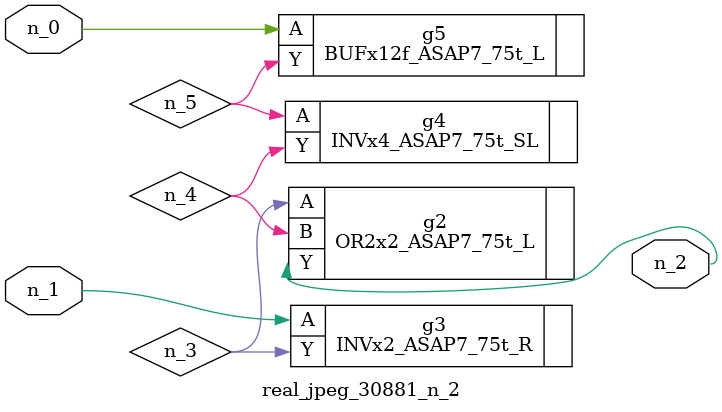
<source format=v>
module real_jpeg_30881_n_2 (n_1, n_0, n_2);

input n_1;
input n_0;

output n_2;

wire n_5;
wire n_4;
wire n_3;

BUFx12f_ASAP7_75t_L g5 ( 
.A(n_0),
.Y(n_5)
);

INVx2_ASAP7_75t_R g3 ( 
.A(n_1),
.Y(n_3)
);

OR2x2_ASAP7_75t_L g2 ( 
.A(n_3),
.B(n_4),
.Y(n_2)
);

INVx4_ASAP7_75t_SL g4 ( 
.A(n_5),
.Y(n_4)
);


endmodule
</source>
